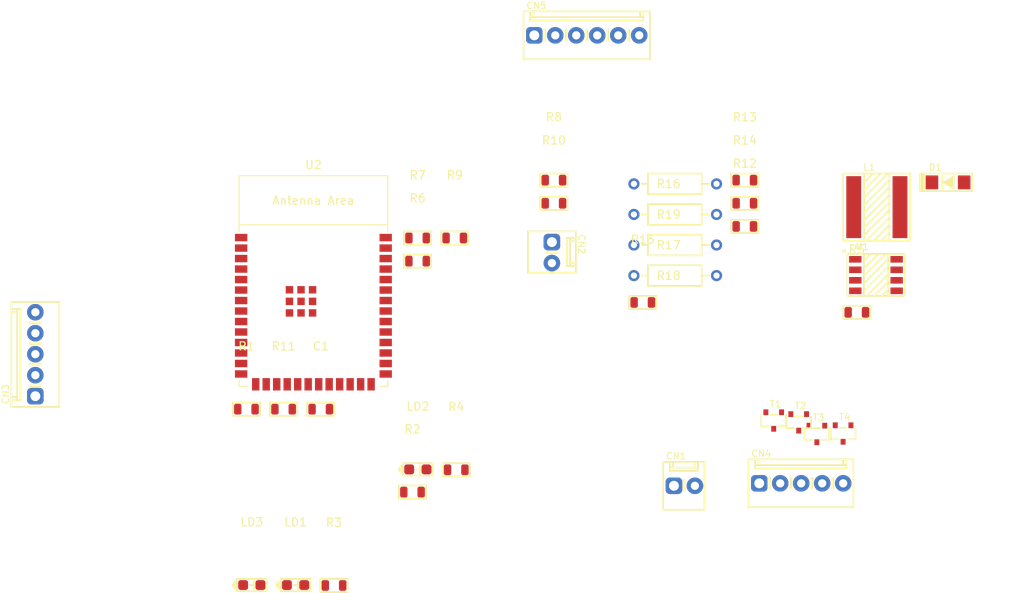
<source format=kicad_pcb>
(kicad_pcb (version 20211014) (generator pcbnew)
  (layers (0 "F.Cu" signal) (31 "B.Cu" signal) (34 "B.Paste" user) (35 "F.Paste" user) (36 "B.SilkS" user "B.Silkscreen") (37 "F.SilkS" user "F.Silkscreen") (38 "B.Mask" user) (39 "F.Mask" user) (44 "Edge.Cuts" user))
  (net 0 "")
  (net 1 "/microcontroller/VCC_LOCAL")
  (net 2 "GND")
  (net 3 "/VCC_UNPROT")
  (net 4 "/Simple Protection/GND_EXTERN")
  (net 5 "/microcontroller/RXD0")
  (net 6 "/microcontroller/TXD0")
  (net 7 "+3V3")
  (net 8 "/microcontroller/IO19")
  (net 9 "/microcontroller/IO20")
  (net 10 "/microcontroller/IO21")
  (net 11 "/low_side_outputs/OUT_1")
  (net 12 "/low_side_outputs/OUT_2")
  (net 13 "/low_side_outputs/OUT_3")
  (net 14 "/low_side_outputs/OUT_4")
  (net 15 "Net-(CN5-Pad1)")
  (net 16 "Net-(CN5-Pad2)")
  (net 17 "Net-(CN5-Pad3)")
  (net 18 "Net-(CN5-Pad4)")
  (net 19 "Net-(CN5-Pad5)")
  (net 20 "Net-(CN5-Pad6)")
  (net 25 "Net-(LD1-Pad2)")
  (net 26 "Net-(LD2-Pad2)")
  (net 27 "Net-(LD3-Pad2)")
  (net 28 "/microcontroller/IO16")
  (net 29 "/microcontroller/IO17")
  (net 30 "/microcontroller/IO18")
  (net 33 "/microcontroller/EN")
  (net 34 "/microcontroller/BOOT")
  (net 35 "/IN_1")
  (net 36 "Net-(R12-Pad2)")
  (net 37 "/IN_2")
  (net 38 "Net-(R13-Pad2)")
  (net 39 "/IN_3")
  (net 40 "Net-(R14-Pad2)")
  (net 41 "/IN_4")
  (net 42 "Net-(R15-Pad2)")
  (net 51 "/microcontroller/IO4")
  (net 52 "/microcontroller/IO5")
  (net 53 "/microcontroller/IO6")
  (net 54 "/microcontroller/IO7")
  (net 55 "/microcontroller/IO8")
  (net 56 "/microcontroller/IO3")
  (net 57 "/microcontroller/IO46")
  (net 58 "/microcontroller/IO9")
  (net 59 "/microcontroller/IO10")
  (net 60 "/microcontroller/IO11")
  (net 61 "/microcontroller/IO47")
  (net 62 "/microcontroller/IO48")
  (net 63 "/microcontroller/IO45")
  (net 64 "/microcontroller/IO35")
  (net 65 "/microcontroller/IO36")
  (net 66 "/microcontroller/IO37")
  (net 67 "/microcontroller/IO38")
  (net 68 "/microcontroller/IO39")
  (net 69 "/microcontroller/IO40")
  (net 70 "/microcontroller/IO41")
  (net 71 "/microcontroller/IO42")
  (net 72 "/microcontroller/IO2")
  (net 73 "/microcontroller/IO1")
  (footprint "minha_lib:LED_0805" (layer "F.Cu") (at 129.625 122.19)
    (fp_text reference "LD3" (at 0 -7.62 unlocked) (layer "F.SilkS"))
    (fp_text value "LED_AZUL_0805_L171L-QBC-TR")
    (pad "1" smd roundrect (at -1.05 0 270) (size 1.2 1.2) (layers "F.Cu" "F.Paste" "F.Mask") (net 2 "GND"))
    (pad "2" smd roundrect (at 1.05 0 90) (size 1.2 1.2) (layers "F.Cu" "F.Paste" "F.Mask") (net 27 "Net-(LD3-Pad2)"))
  )
  (footprint "minha_lib:con_kk_male_6_2.54" (layer "F.Cu") (at 170.175 55.65)
    (fp_text reference "CN5" (at -6.1 -3.6 unlocked) (layer "F.SilkS") (effects (font (size 0.8 0.8) (thickness 0.12))))
    (fp_text value "CON_KK_MALE_6_2.54_180")
    (pad "1" thru_hole roundrect (at -6.354 0) (size 2 2) (drill 1.2) (layers *.Cu *.Mask) (net 15 "Net-(CN5-Pad1)"))
    (pad "2" thru_hole oval (at -3.814 0) (size 2 2) (drill 1) (layers *.Cu *.Mask) (net 16 "Net-(CN5-Pad2)"))
    (pad "3" thru_hole oval (at -1.274 0) (size 2 2) (drill 1) (layers *.Cu *.Mask) (net 17 "Net-(CN5-Pad3)"))
    (pad "4" thru_hole oval (at 1.266 0) (size 2 2) (drill 1) (layers *.Cu *.Mask) (net 18 "Net-(CN5-Pad4)"))
    (pad "5" thru_hole oval (at 3.806 0) (size 2 2) (drill 1) (layers *.Cu *.Mask) (net 19 "Net-(CN5-Pad5)"))
    (pad "6" thru_hole oval (at 6.346 0) (size 2 2) (drill 1) (layers *.Cu *.Mask) (net 20 "Net-(CN5-Pad6)"))
  )
  (footprint "minha_lib:RES_0805" (layer "F.Cu") (at 149.695 80.18)
    (fp_text reference "R7" (at 0 -7.62 unlocked) (layer "F.SilkS"))
    (fp_text value "R_0805_0R_1%_1/8W")
    (pad "1" smd roundrect (at -1.05 0 270) (size 1.3 0.9) (layers "F.Cu" "F.Paste" "F.Mask") (net 16 "Net-(CN5-Pad2)"))
    (pad "2" smd roundrect (at 1.05 0 90) (size 1.3 0.9) (layers "F.Cu" "F.Paste" "F.Mask") (net 1 "/microcontroller/VCC_LOCAL"))
  )
  (footprint "minha_lib:con_kk_male_2_2.54" (layer "F.Cu") (at 182.021 110.175)
    (fp_text reference "CN1" (at -1.042 -3.6 unlocked) (layer "F.SilkS") (effects (font (size 0.8 0.8) (thickness 0.12))))
    (fp_text value "CON_KK_MALE_2_2.54_180")
    (pad "1" thru_hole roundrect (at -1.296 0) (size 2 2) (drill 1.2) (layers *.Cu *.Mask) (net 3 "/VCC_UNPROT"))
    (pad "2" thru_hole oval (at 1.244 0) (size 2 2) (drill 1) (layers *.Cu *.Mask) (net 4 "/Simple Protection/GND_EXTERN"))
  )
  (footprint "minha_lib:RES_0805" (layer "F.Cu") (at 133.475 100.9)
    (fp_text reference "R11" (at 0 -7.62 unlocked) (layer "F.SilkS"))
    (fp_text value "R_0805_0R_1%_1/8W")
    (pad "1" smd roundrect (at -1.05 0 270) (size 1.3 0.9) (layers "F.Cu" "F.Paste" "F.Mask") (net 20 "Net-(CN5-Pad6)"))
    (pad "2" smd roundrect (at 1.05 0 90) (size 1.3 0.9) (layers "F.Cu" "F.Paste" "F.Mask") (net 2 "GND"))
  )
  (footprint "minha_lib:RES_0805" (layer "F.Cu") (at 166.195 75.98)
    (fp_text reference "R10" (at 0 -7.62 unlocked) (layer "F.SilkS"))
    (fp_text value "R_0805_0R_1%_1/8W")
    (pad "1" smd roundrect (at -1.05 0 270) (size 1.3 0.9) (layers "F.Cu" "F.Paste" "F.Mask") (net 19 "Net-(CN5-Pad5)"))
    (pad "2" smd roundrect (at 1.05 0 90) (size 1.3 0.9) (layers "F.Cu" "F.Paste" "F.Mask") (net 34 "/microcontroller/BOOT"))
  )
  (footprint "minha_lib:RES_0805" (layer "F.Cu") (at 149.695 82.98)
    (fp_text reference "R6" (at 0 -7.62 unlocked) (layer "F.SilkS"))
    (fp_text value "R_0805_0R_1%_1/8W")
    (pad "1" smd roundrect (at -1.05 0 270) (size 1.3 0.9) (layers "F.Cu" "F.Paste" "F.Mask") (net 15 "Net-(CN5-Pad1)"))
    (pad "2" smd roundrect (at 1.05 0 90) (size 1.3 0.9) (layers "F.Cu" "F.Paste" "F.Mask") (net 33 "/microcontroller/EN"))
  )
  (footprint "minha_lib:LED_0805" (layer "F.Cu") (at 134.925 122.19)
    (fp_text reference "LD1" (at 0 -7.62 unlocked) (layer "F.SilkS"))
    (fp_text value "LED_AZUL_0805_L171L-QBC-TR")
    (pad "1" smd roundrect (at -1.05 0 270) (size 1.2 1.2) (layers "F.Cu" "F.Paste" "F.Mask") (net 2 "GND"))
    (pad "2" smd roundrect (at 1.05 0 90) (size 1.2 1.2) (layers "F.Cu" "F.Paste" "F.Mask") (net 25 "Net-(LD1-Pad2)"))
  )
  (footprint "minha_lib:D_SMA" (layer "F.Cu") (at 213.9132 73.4468)
    (fp_text reference "D1" (at -1.5494 -1.8288 unlocked) (layer "F.SilkS") (effects (font (size 0.8 0.8) (thickness 0.12))))
    (fp_text value "D_SH_2A_100V_SMA_SS210")
    (pad "1" smd rect (at -1.9558 0 270) (size 1.68 1.52) (layers "F.Cu" "F.Paste" "F.Mask"))
    (pad "2" smd rect (at 1.9442 0 270) (size 1.68 1.52) (layers "F.Cu" "F.Paste" "F.Mask"))
  )
  (footprint "minha_lib:CAP_0805" (layer "F.Cu") (at 137.975 100.9)
    (fp_text reference "C1" (at 0 -7.62 unlocked) (layer "F.SilkS"))
    (fp_text value "CAP_100N_50V_0805_X7R")
    (pad "1" smd roundrect (at -1.05 0 270) (size 1.3 0.9) (layers "F.Cu" "F.Paste" "F.Mask") (net 1 "/microcontroller/VCC_LOCAL"))
    (pad "2" smd roundrect (at 1.05 0 90) (size 1.3 0.9) (layers "F.Cu" "F.Paste" "F.Mask") (net 2 "GND"))
  )
  (footprint "minha_lib:LED_0805" (layer "F.Cu") (at 149.725 108.19)
    (fp_text reference "LD2" (at 0 -7.62 unlocked) (layer "F.SilkS"))
    (fp_text value "LED_AZUL_0805_L171L-QBC-TR")
    (pad "1" smd roundrect (at -1.05 0 270) (size 1.2 1.2) (layers "F.Cu" "F.Paste" "F.Mask") (net 2 "GND"))
    (pad "2" smd roundrect (at 1.05 0 90) (size 1.2 1.2) (layers "F.Cu" "F.Paste" "F.Mask") (net 26 "Net-(LD2-Pad2)"))
  )
  (footprint "minha_lib:RES_0805" (layer "F.Cu") (at 149.075 110.94)
    (fp_text reference "R2" (at 0 -7.62 unlocked) (layer "F.SilkS"))
    (fp_text value "R_0805_1K_1%_1/8W")
    (pad "1" smd roundrect (at -1.05 0 270) (size 1.3 0.9) (layers "F.Cu" "F.Paste" "F.Mask") (net 28 "/microcontroller/IO16"))
    (pad "2" smd roundrect (at 1.05 0 90) (size 1.3 0.9) (layers "F.Cu" "F.Paste" "F.Mask") (net 25 "Net-(LD1-Pad2)"))
  )
  (footprint "minha_lib:SOT_23" (layer "F.Cu") (at 192.8 102.275)
    (fp_text reference "T1" (at 0.2 -2 unlocked) (layer "F.SilkS") (effects (font (size 0.8 0.8) (thickness 0.12))))
    (fp_text value "T_NPN_SOT23_BC817")
    (pad "1" smd rect (at 0.95 -1 90) (size 0.7 0.6) (layers "F.Cu" "F.Paste" "F.Mask") (net 36 "Net-(R12-Pad2)"))
    (pad "2" smd rect (at -0.95 -1 90) (size 0.7 0.6) (layers "F.Cu" "F.Paste" "F.Mask") (net 2 "GND"))
    (pad "3" smd rect (at 0 1 270) (size 0.7 0.6) (layers "F.Cu" "F.Paste" "F.Mask") (net 11 "/low_side_outputs/OUT_1"))
  )
  (footprint "minha_lib:RES_PTH_1_4W" (layer "F.Cu") (at 180.88 84.73)
    (fp_text reference "R18" (at -0.8 0 unlocked) (layer "F.SilkS"))
    (fp_text value "R_PTH_10K_5%_1/4W")
    (pad "1" thru_hole circle (at -5 0) (size 1.35 1.35) (drill 0.75) (layers *.Cu *.Mask) (net 40 "Net-(R14-Pad2)"))
    (pad "2" thru_hole circle (at 5 0) (size 1.35 1.35) (drill 0.75) (layers *.Cu *.Mask) (net 2 "GND"))
  )
  (footprint "minha_lib:RES_0805" (layer "F.Cu") (at 189.305 78.78)
    (fp_text reference "R12" (at 0 -7.62 unlocked) (layer "F.SilkS"))
    (fp_text value "R_0805_1K_1%_1/8W")
    (pad "1" smd roundrect (at -1.05 0 270) (size 1.3 0.9) (layers "F.Cu" "F.Paste" "F.Mask") (net 35 "/IN_1"))
    (pad "2" smd roundrect (at 1.05 0 90) (size 1.3 0.9) (layers "F.Cu" "F.Paste" "F.Mask") (net 36 "Net-(R12-Pad2)"))
  )
  (footprint "minha_lib:ESP32-S3-WROOM-1" (layer "F.Cu") (at 137.085 88.39)
    (fp_text reference "U2" (at 0 -17.05) (layer "F.SilkS"))
    (fp_text value "UC_ESP32-S3-WROOM-1-N8")
    (fp_text user "Antenna Area" (at 0 -12.75) (layer "F.SilkS"))
    (pad "1" smd rect (at -8.75 -8.26) (size 1.5 0.9) (layers "F.Cu" "F.Paste" "F.Mask") (net 2 "GND"))
    (pad "2" smd rect (at -8.75 -6.99) (size 1.5 0.9) (layers "F.Cu" "F.Paste" "F.Mask") (net 1 "/microcontroller/VCC_LOCAL"))
    (pad "3" smd rect (at -8.75 -5.72) (size 1.5 0.9) (layers "F.Cu" "F.Paste" "F.Mask") (net 33 "/microcontroller/EN"))
    (pad "4" smd rect (at -8.75 -4.45) (size 1.5 0.9) (layers "F.Cu" "F.Paste" "F.Mask") (net 51 "/microcontroller/IO4"))
    (pad "5" smd rect (at -8.75 -3.18) (size 1.5 0.9) (layers "F.Cu" "F.Paste" "F.Mask") (net 52 "/microcontroller/IO5"))
    (pad "6" smd rect (at -8.75 -1.91) (size 1.5 0.9) (layers "F.Cu" "F.Paste" "F.Mask") (net 53 "/microcontroller/IO6"))
    (pad "7" smd rect (at -8.75 -0.64) (size 1.5 0.9) (layers "F.Cu" "F.Paste" "F.Mask") (net 54 "/microcontroller/IO7"))
    (pad "8" smd rect (at -8.75 0.63) (size 1.5 0.9) (layers "F.Cu" "F.Paste" "F.Mask") (net 41 "/IN_4"))
    (pad "9" smd rect (at -8.75 1.9) (size 1.5 0.9) (layers "F.Cu" "F.Paste" "F.Mask") (net 28 "/microcontroller/IO16"))
    (pad "10" smd rect (at -8.75 3.17) (size 1.5 0.9) (layers "F.Cu" "F.Paste" "F.Mask") (net 29 "/microcontroller/IO17"))
    (pad "11" smd rect (at -8.75 4.44) (size 1.5 0.9) (layers "F.Cu" "F.Paste" "F.Mask") (net 30 "/microcontroller/IO18"))
    (pad "12" smd rect (at -8.75 5.71) (size 1.5 0.9) (layers "F.Cu" "F.Paste" "F.Mask") (net 55 "/microcontroller/IO8"))
    (pad "13" smd rect (at -8.75 6.98) (size 1.5 0.9) (layers "F.Cu" "F.Paste" "F.Mask") (net 8 "/microcontroller/IO19"))
    (pad "14" smd rect (at -8.75 8.25) (size 1.5 0.9) (layers "F.Cu" "F.Paste" "F.Mask") (net 9 "/microcontroller/IO20"))
    (pad "15" smd rect (at -6.985 9.5 90) (size 1.5 0.9) (layers "F.Cu" "F.Paste" "F.Mask") (net 56 "/microcontroller/IO3"))
    (pad "16" smd rect (at -5.715 9.5 90) (size 1.5 0.9) (layers "F.Cu" "F.Paste" "F.Mask") (net 57 "/microcontroller/IO46"))
    (pad "17" smd rect (at -4.445 9.5 90) (size 1.5 0.9) (layers "F.Cu" "F.Paste" "F.Mask") (net 58 "/microcontroller/IO9"))
    (pad "18" smd rect (at -3.175 9.5 90) (size 1.5 0.9) (layers "F.Cu" "F.Paste" "F.Mask") (net 59 "/microcontroller/IO10"))
    (pad "19" smd rect (at -1.905 9.5 90) (size 1.5 0.9) (layers "F.Cu" "F.Paste" "F.Mask") (net 60 "/microcontroller/IO11"))
    (pad "20" smd rect (at -0.635 9.5 90) (size 1.5 0.9) (layers "F.Cu" "F.Paste" "F.Mask") (net 35 "/IN_1"))
    (pad "21" smd rect (at 0.635 9.5 90) (size 1.5 0.9) (layers "F.Cu" "F.Paste" "F.Mask") (net 37 "/IN_2"))
    (pad "22" smd rect (at 1.905 9.5 90) (size 1.5 0.9) (layers "F.Cu" "F.Paste" "F.Mask") (net 39 "/IN_3"))
    (pad "23" smd rect (at 3.175 9.5 90) (size 1.5 0.9) (layers "F.Cu" "F.Paste" "F.Mask") (net 10 "/microcontroller/IO21"))
    (pad "24" smd rect (at 4.445 9.5 90) (size 1.5 0.9) (layers "F.Cu" "F.Paste" "F.Mask") (net 61 "/microcontroller/IO47"))
    (pad "25" smd rect (at 5.715 9.5 90) (size 1.5 0.9) (layers "F.Cu" "F.Paste" "F.Mask") (net 62 "/microcontroller/IO48"))
    (pad "26" smd rect (at 6.985 9.5 90) (size 1.5 0.9) (layers "F.Cu" "F.Paste" "F.Mask") (net 63 "/microcontroller/IO45"))
    (pad "27" smd rect (at 8.75 8.25 180) (size 1.5 0.9) (layers "F.Cu" "F.Paste" "F.Mask") (net 34 "/microcontroller/BOOT"))
    (pad "28" smd rect (at 8.75 6.98 180) (size 1.5 0.9) (layers "F.Cu" "F.Paste" "F.Mask") (net 64 "/microcontroller/IO35"))
    (pad "29" smd rect (at 8.75 5.71 180) (size 1.5 0.9) (layers "F.Cu" "F.Paste" "F.Mask") (net 65 "/microcontroller/IO36"))
    (pad "30" smd rect (at 8.75 4.44 180) (size 1.5 0.9) (layers "F.Cu" "F.Paste" "F.Mask") (net 66 "/microcontroller/IO37"))
    (pad "31" smd rect (at 8.75 3.17 180) (size 1.5 0.9) (layers "F.Cu" "F.Paste" "F.Mask") (net 67 "/microcontroller/IO38"))
    (pad "32" smd rect (at 8.75 1.9 180) (size 1.5 0.9) (layers "F.Cu" "F.Paste" "F.Mask") (net 68 "/microcontroller/IO39"))
    (pad "33" smd rect (at 8.75 0.63 180) (size 1.5 0.9) (layers "F.Cu" "F.Paste" "F.Mask") (net 69 "/microcontroller/IO40"))
    (pad "34" smd rect (at 8.75 -0.64 180) (size 1.5 0.9) (layers "F.Cu" "F.Paste" "F.Mask") (net 70 "/microcontroller/IO41"))
    (pad "35" smd rect (at 8.75 -1.91 180) (size 1.5 0.9) (layers "F.Cu" "F.Paste" "F.Mask") (net 71 "/microcontroller/IO42"))
    (pad "36" smd rect (at 8.75 -3.18 180) (size 1.5 0.9) (layers "F.Cu" "F.Paste" "F.Mask") (net 5 "/microcontroller/RXD0"))
    (pad "37" smd rect (at 8.75 -4.45 180) (size 1.5 0.9) (layers "F.Cu" "F.Paste" "F.Mask") (net 6 "/microcontroller/TXD0"))
    (pad "38" smd rect (at 8.75 -5.72 180) (size 1.5 0.9) (layers "F.Cu" "F.Paste" "F.Mask") (net 72 "/microcontroller/IO2"))
    (pad "39" smd rect (at 8.75 -6.99 180) (size 1.5 0.9) (layers "F.Cu" "F.Paste" "F.Mask") (net 73 "/microcontroller/IO1"))
    (pad "40" smd rect (at 8.75 -8.26 180) (size 1.5 0.9) (layers "F.Cu" "F.Paste" "F.Mask") (net 2 "GND"))
    (pad "41" smd rect (at -0.1 0.86 180) (size 0.9 0.9) (layers "F.Cu" "F.Paste" "F.Mask") (net 2 "GND"))
    (pad "41" smd rect (at -2.9 0.86 180) (size 0.9 0.9) (layers "F.Cu" "F.Paste" "F.Mask") (net 2 "GND"))
    (pad "41" smd rect (at -2.9 -0.54 180) (size 0.9 0.9) (layers "F.Cu" "F.Paste" "F.Mask") (net 2 "GND"))
    (pad "41" smd rect (at -1.5 -1.94 180) (size 0.9 0.9) (layers "F.Cu" "F.Paste" "F.Mask") (net 2 "GND"))
    (pad "41" smd rect (at -1.5 -0.54 180) (size 0.9 0.9) (layers "F.Cu" "F.Paste" "F.Mask") (net 2 "GND"))
    (pad "41" smd rect (at -0.1 -1.94 180) (size 0.9 0.9) (layers "F.Cu" "F.Paste" "F.Mask") (net 2 "GND"))
    (pad "41" smd rect (at -0.1 -0.54 180) (size 0.9 0.9) (layers "F.Cu" "F.Paste" "F.Mask") (net 2 "GND"))
    (pad "41" smd rect (at -2.9 -1.94 180) (size 0.9 0.9) (layers "F.Cu" "F.Paste" "F.Mask") (net 2 "GND"))
    (pad "41" smd rect (at -1.5 0.86 180) (size 0.9 0.9) (layers "F.Cu" "F.Paste" "F.Mask") (net 2 "GND"))
  )
  (footprint "minha_lib:RES_PTH_1_4W" (layer "F.Cu") (at 180.88 73.63)
    (fp_text reference "R16" (at -0.8 0 unlocked) (layer "F.SilkS"))
    (fp_text value "R_PTH_10K_5%_1/4W")
    (pad "1" thru_hole circle (at -5 0) (size 1.35 1.35) (drill 0.75) (layers *.Cu *.Mask) (net 36 "Net-(R12-Pad2)"))
    (pad "2" thru_hole circle (at 5 0) (size 1.35 1.35) (drill 0.75) (layers *.Cu *.Mask) (net 2 "GND"))
  )
  (footprint "minha_lib:RES_0805" (layer "F.Cu") (at 139.575 122.24)
    (fp_text reference "R3" (at 0 -7.62 unlocked) (layer "F.SilkS"))
    (fp_text value "R_0805_1K_1%_1/8W")
    (pad "1" smd roundrect (at -1.05 0 270) (size 1.3 0.9) (layers "F.Cu" "F.Paste" "F.Mask") (net 29 "/microcontroller/IO17"))
    (pad "2" smd roundrect (at 1.05 0 90) (size 1.3 0.9) (layers "F.Cu" "F.Paste" "F.Mask") (net 26 "Net-(LD2-Pad2)"))
  )
  (footprint "minha_lib:RES_0805" (layer "F.Cu") (at 166.195 73.18)
    (fp_text reference "R8" (at 0 -7.62 unlocked) (layer "F.SilkS"))
    (fp_text value "R_0805_0R_1%_1/8W")
    (pad "1" smd roundrect (at -1.05 0 270) (size 1.3 0.9) (layers "F.Cu" "F.Paste" "F.Mask") (net 17 "Net-(CN5-Pad3)"))
    (pad "2" smd roundrect (at 1.05 0 90) (size 1.3 0.9) (layers "F.Cu" "F.Paste" "F.Mask") (net 6 "/microcontroller/TXD0"))
  )
  (footprint "minha_lib:RES_PTH_1_4W" (layer "F.Cu") (at 180.88 77.33)
    (fp_text reference "R19" (at -0.8 0 unlocked) (layer "F.SilkS"))
    (fp_text value "R_PTH_10K_5%_1/4W")
    (pad "1" thru_hole circle (at -5 0) (size 1.35 1.35) (drill 0.75) (layers *.Cu *.Mask) (net 42 "Net-(R15-Pad2)"))
    (pad "2" thru_hole circle (at 5 0) (size 1.35 1.35) (drill 0.75) (layers *.Cu *.Mask) (net 2 "GND"))
  )
  (footprint "minha_lib:RES_0805" (layer "F.Cu") (at 154.195 80.18)
    (fp_text reference "R9" (at 0 -7.62 unlocked) (layer "F.SilkS"))
    (fp_text value "R_0805_0R_1%_1/8W")
    (pad "1" smd roundrect (at -1.05 0 270) (size 1.3 0.9) (layers "F.Cu" "F.Paste" "F.Mask") (net 18 "Net-(CN5-Pad4)"))
    (pad "2" smd roundrect (at 1.05 0 90) (size 1.3 0.9) (layers "F.Cu" "F.Paste" "F.Mask") (net 5 "/microcontroller/RXD0"))
  )
  (footprint "minha_lib:RES_0805" (layer "F.Cu") (at 202.865 89.18)
    (fp_text reference "R5" (at 0 -7.62 unlocked) (layer "F.SilkS"))
    (fp_text value "R_0805_0R_1%_1/8W")
    (pad "1" smd roundrect (at -1.05 0 270) (size 1.3 0.9) (layers "F.Cu" "F.Paste" "F.Mask"))
    (pad "2" smd roundrect (at 1.05 0 90) (size 1.3 0.9) (layers "F.Cu" "F.Paste" "F.Mask"))
  )
  (footprint "minha_lib:SO8" (layer "F.Cu") (at 205.1432 84.6664)
    (fp_text reference "U1" (at -1.651 -3.429 unlocked) (layer "F.SilkS") (effects (font (size 0.8 0.8) (thickness 0.12))))
    (fp_text value "REG_SW_AZ34063UMTR-G1")
    (pad "1" smd rect (at -2.465 -1.905 90) (size 0.802 1.505) (layers "F.Cu" "F.Paste" "F.Mask"))
    (pad "2" smd rect (at -2.465 -0.635 90) (size 0.802 1.505) (layers "F.Cu" "F.Paste" "F.Mask"))
    (pad "3" smd rect (at -2.465 0.635 90) (size 0.802 1.505) (layers "F.Cu" "F.Paste" "F.Mask"))
    (pad "4" smd rect (at -2.465 1.905 90) (size 0.802 1.505) (layers "F.Cu" "F.Paste" "F.Mask"))
    (pad "5" smd rect (at 2.54 1.905 90) (size 0.802 1.505) (layers "F.Cu" "F.Paste" "F.Mask"))
    (pad "6" smd rect (at 2.54 0.635 90) (size 0.802 1.505) (layers "F.Cu" "F.Paste" "F.Mask"))
    (pad "7" smd rect (at 2.54 -0.635 90) (size 0.802 1.505) (layers "F.Cu" "F.Paste" "F.Mask"))
    (pad "8" smd rect (at 2.54 -1.905 90) (size 0.802 1.505) (layers "F.Cu" "F.Paste" "F.Mask"))
  )
  (footprint "minha_lib:con_kk_male_5_2.54" (layer "F.Cu") (at 103.425 94.225 90)
    (fp_text reference "CN3" (at -4.846 -3.6 90 unlocked) (layer "F.SilkS") (effects (font (size 0.8 0.8) (thickness 0.12))))
    (fp_text value "CON_KK_MALE_5_2.54_180")
    (pad "1" thru_hole roundrect (at -5.1 0 90) (size 2 2) (drill 1.2) (layers *.Cu *.Mask) (net 7 "+3V3"))
    (pad "2" thru_hole oval (at -2.56 0 90) (size 2 2) (drill 1) (layers *.Cu *.Mask) (net 8 "/microcontroller/IO19"))
    (pad "3" thru_hole oval (at -0.02 0 90) (size 2 2) (drill 1) (layers *.Cu *.Mask) (net 9 "/microcontroller/IO20"))
    (pad "4" thru_hole oval (at 2.52 0 90) (size 2 2) (drill 1) (layers *.Cu *.Mask) (net 10 "/microcontroller/IO21"))
    (pad "5" thru_hole oval (at 5.06 0 90) (size 2 2) (drill 1) (layers *.Cu *.Mask) (net 2 "GND"))
  )
  (footprint "minha_lib:SOT_23" (layer "F.Cu") (at 195.825 102.5)
    (fp_text reference "T2" (at 0.2 -2 unlocked) (layer "F.SilkS") (effects (font (size 0.8 0.8) (thickness 0.12))))
    (fp_text value "T_NPN_SOT23_BC817")
    (pad "1" smd rect (at 0.95 -1 90) (size 0.7 0.6) (layers "F.Cu" "F.Paste" "F.Mask") (net 38 "Net-(R13-Pad2)"))
    (pad "2" smd rect (at -0.95 -1 90) (size 0.7 0.6) (layers "F.Cu" "F.Paste" "F.Mask") (net 2 "GND"))
    (pad "3" smd rect (at 0 1 270) (size 0.7 0.6) (layers "F.Cu" "F.Paste" "F.Mask") (net 12 "/low_side_outputs/OUT_2"))
  )
  (footprint "minha_lib:con_kk_male_2_2.54" (layer "F.Cu") (at 165.95 81.971 -90)
    (fp_text reference "CN2" (at -1.042 -3.6 -90 unlocked) (layer "F.SilkS") (effects (font (size 0.8 0.8) (thickness 0.12))))
    (fp_text value "CON_KK_MALE_2_2.54_180")
    (pad "1" thru_hole roundrect (at -1.296 0 270) (size 2 2) (drill 1.2) (layers *.Cu *.Mask) (net 5 "/microcontroller/RXD0"))
    (pad "2" thru_hole oval (at 1.244 0 270) (size 2 2) (drill 1) (layers *.Cu *.Mask) (net 6 "/microcontroller/TXD0"))
  )
  (footprint "minha_lib:RES_0805" (layer "F.Cu") (at 176.955 87.98)
    (fp_text reference "R15" (at 0 -7.62 unlocked) (layer "F.SilkS"))
    (fp_text value "R_0805_1K_1%_1/8W")
    (pad "1" smd roundrect (at -1.05 0 270) (size 1.3 0.9) (layers "F.Cu" "F.Paste" "F.Mask") (net 41 "/IN_4"))
    (pad "2" smd roundrect (at 1.05 0 90) (size 1.3 0.9) (layers "F.Cu" "F.Paste" "F.Mask") (net 42 "Net-(R15-Pad2)"))
  )
  (footprint "minha_lib:L_8x8" (layer "F.Cu") (at 205.279 76.444)
    (fp_text reference "L1" (at -0.9144 -4.826 unlocked) (layer "F.SilkS") (effects (font (size 0.8 0.8) (thickness 0.12))))
    (fp_text value "L_100UH_1A_NR8040T101M")
    (pad "1" smd rect (at -2.794 0) (size 1.8 7.5) (layers "F.Cu" "F.Paste" "F.Mask"))
    (pad "2" smd rect (at 2.806 0) (size 1.8 7.5) (layers "F.Cu" "F.Paste" "F.Mask"))
  )
  (footprint "minha_lib:RES_PTH_1_4W" (layer "F.Cu") (at 180.88 81.03)
    (fp_text reference "R17" (at -0.8 0 unlocked) (layer "F.SilkS"))
    (fp_text value "R_PTH_10K_5%_1/4W")
    (pad "1" thru_hole circle (at -5 0) (size 1.35 1.35) (drill 0.75) (layers *.Cu *.Mask) (net 38 "Net-(R13-Pad2)"))
    (pad "2" thru_hole circle (at 5 0) (size 1.35 1.35) (drill 0.75) (layers *.Cu *.Mask) (net 2 "GND"))
  )
  (footprint "minha_lib:SOT_23" (layer "F.Cu") (at 198.025 103.9)
    (fp_text reference "T3" (at 0.2 -2 unlocked) (layer "F.SilkS") (effects (font (size 0.8 0.8) (thickness 0.12))))
    (fp_text value "T_NPN_SOT23_BC817")
    (pad "1" smd rect (at 0.95 -1 90) (size 0.7 0.6) (layers "F.Cu" "F.Paste" "F.Mask") (net 40 "Net-(R14-Pad2)"))
    (pad "2" smd rect (at -0.95 -1 90) (size 0.7 0.6) (layers "F.Cu" "F.Paste" "F.Mask") (net 2 "GND"))
    (pad "3" smd rect (at 0 1 270) (size 0.7 0.6) (layers "F.Cu" "F.Paste" "F.Mask") (net 13 "/low_side_outputs/OUT_3"))
  )
  (footprint "minha_lib:RES_0805" (layer "F.Cu") (at 154.375 108.24)
    (fp_text reference "R4" (at 0 -7.62 unlocked) (layer "F.SilkS"))
    (fp_text value "R_0805_1K_1%_1/8W")
    (pad "1" smd roundrect (at -1.05 0 270) (size 1.3 0.9) (layers "F.Cu" "F.Paste" "F.Mask") (net 30 "/microcontroller/IO18"))
    (pad "2" smd roundrect (at 1.05 0 90) (size 1.3 0.9) (layers "F.Cu" "F.Paste" "F.Mask") (net 27 "Net-(LD3-Pad2)"))
  )
  (footprint "minha_lib:RES_0805" (layer "F.Cu") (at 189.305 75.98)
    (fp_text reference "R14" (at 0 -7.62 unlocked) (layer "F.SilkS"))
    (fp_text value "R_0805_1K_1%_1/8W")
    (pad "1" smd roundrect (at -1.05 0 270) (size 1.3 0.9) (layers "F.Cu" "F.Paste" "F.Mask") (net 39 "/IN_3"))
    (pad "2" smd roundrect (at 1.05 0 90) (size 1.3 0.9) (layers "F.Cu" "F.Paste" "F.Mask") (net 40 "Net-(R14-Pad2)"))
  )
  (footprint "minha_lib:RES_0805" (layer "F.Cu") (at 189.305 73.18)
    (fp_text reference "R13" (at 0 -7.62 unlocked) (layer "F.SilkS"))
    (fp_text value "R_0805_1K_1%_1/8W")
    (pad "1" smd roundrect (at -1.05 0 270) (size 1.3 0.9) (layers "F.Cu" "F.Paste" "F.Mask") (net 37 "/IN_2"))
    (pad "2" smd roundrect (at 1.05 0 90) (size 1.3 0.9) (layers "F.Cu" "F.Paste" "F.Mask") (net 38 "Net-(R13-Pad2)"))
  )
  (footprint "minha_lib:RES_0805" (layer "F.Cu") (at 128.975 100.9)
    (fp_text reference "R1" (at 0 -7.62 unlocked) (layer "F.SilkS"))
    (fp_text value "R_0805_0R_1%_1/8W")
    (pad "1" smd roundrect (at -1.05 0 270) (size 1.3 0.9) (layers "F.Cu" "F.Paste" "F.Mask") (net 7 "+3V3"))
    (pad "2" smd roundrect (at 1.05 0 90) (size 1.3 0.9) (layers "F.Cu" "F.Paste" "F.Mask") (net 1 "/microcontroller/VCC_LOCAL"))
  )
  (footprint "minha_lib:con_kk_male_5_2.54" (layer "F.Cu") (at 196.15 109.875)
    (fp_text reference "CN4" (at -4.846 -3.6 unlocked) (layer "F.SilkS") (effects (font (size 0.8 0.8) (thickness 0.12))))
    (fp_text value "CON_KK_MALE_5_2.54_180")
    (pad "1" thru_hole roundrect (at -5.1 0) (size 2 2) (drill 1.2) (layers *.Cu *.Mask) (net 3 "/VCC_UNPROT"))
    (pad "2" thru_hole oval (at -2.56 0) (size 2 2) (drill 1) (layers *.Cu *.Mask) (net 11 "/low_side_outputs/OUT_1"))
    (pad "3" thru_hole oval (at -0.02 0) (size 2 2) (drill 1) (layers *.Cu *.Mask) (net 12 "/low_side_outputs/OUT_2"))
    (pad "4" thru_hole oval (at 2.52 0) (size 2 2) (drill 1) (layers *.Cu *.Mask) (net 13 "/low_side_outputs/OUT_3"))
    (pad "5" thru_hole oval (at 5.06 0) (size 2 2) (drill 1) (layers *.Cu *.Mask) (net 14 "/low_side_outputs/OUT_4"))
  )
  (footprint "minha_lib:SOT_23" (layer "F.Cu") (at 201.2 103.85)
    (fp_text reference "T4" (at 0.2 -2 unlocked) (layer "F.SilkS") (effects (font (size 0.8 0.8) (thickness 0.12))))
    (fp_text value "T_NPN_SOT23_BC817")
    (pad "1" smd rect (at 0.95 -1 90) (size 0.7 0.6) (layers "F.Cu" "F.Paste" "F.Mask") (net 42 "Net-(R15-Pad2)"))
    (pad "2" smd rect (at -0.95 -1 90) (size 0.7 0.6) (layers "F.Cu" "F.Paste" "F.Mask") (net 2 "GND"))
    (pad "3" smd rect (at 0 1 270) (size 0.7 0.6) (layers "F.Cu" "F.Paste" "F.Mask") (net 14 "/low_side_outputs/OUT_4"))
  )
)
</source>
